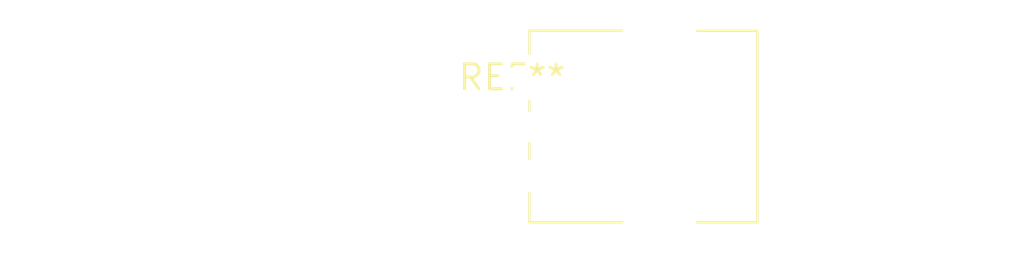
<source format=kicad_pcb>
(kicad_pcb (version 20240108) (generator pcbnew)
  (layers (0 "F.Cu" signal) (31 "B.Cu" signal) (34 "B.Paste" user) (35 "F.Paste" user) (36 "B.SilkS" user "B.Silkscreen") (37 "F.SilkS" user "F.Silkscreen") (38 "B.Mask" user) (39 "F.Mask" user) (44 "Edge.Cuts" user))
  (net 0 "")
  (footprint "Potentiometer_Alpha_RD901F-40-00D_Single_Vertical" (layer "F.Cu") (at 0 0)
    (property "Reference" "REF**")
    (property "Value" "Potentiometer_Alpha_RD901F-40-00D_Single_Vertical")
    (fp_line (start 0.88 -2.38) (end 5.6 -2.38) (layer "F.SilkS") (stroke (width 0.12)))
    (fp_line (start 0.88 -1.19) (end 0.88 -2.37) (layer "F.SilkS") (stroke (width 0.12)))
    (fp_line (start 0.88 1.71) (end 0.88 1.18) (layer "F.SilkS") (stroke (width 0.12)))
    (fp_line (start 0.88 4.16) (end 0.88 3.33) (layer "F.SilkS") (stroke (width 0.12)))
    (fp_line (start 0.88 7.37) (end 0.88 5.88) (layer "F.SilkS") (stroke (width 0.12)))
    (fp_line (start 0.88 7.37) (end 5.6 7.37) (layer "F.SilkS") (stroke (width 0.12)))
    (fp_line (start 9.41 -2.37) (end 12.47 -2.37) (layer "F.SilkS") (stroke (width 0.12)))
    (fp_line (start 9.41 7.37) (end 12.47 7.37) (layer "F.SilkS") (stroke (width 0.12)))
    (fp_line (start 12.47 7.37) (end 12.47 -2.37) (layer "F.SilkS") (stroke (width 0.12)))
    (pad "" thru_hole oval (at 7.5 -2.3 90) (size 2.72 3.24) (drill oval 1.1 1.8) (layers *.Cu *.Mask) (remove_unused_layers))
    (pad "" thru_hole oval (at 7.5 7.3 90) (size 2.72 3.24) (drill oval 1.1 1.8) (layers *.Cu *.Mask) (remove_unused_layers))
    (pad "1" thru_hole rect (at 0 0 90) (size 1.8 1.8) (drill 1) (layers *.Cu *.Mask) (remove_unused_layers))
    (pad "2" thru_hole circle (at 0 2.5 90) (size 1.8 1.8) (drill 1) (layers *.Cu *.Mask) (remove_unused_layers))
    (pad "3" thru_hole circle (at 0 5 90) (size 1.8 1.8) (drill 1) (layers *.Cu *.Mask) (remove_unused_layers))
  )
)
</source>
